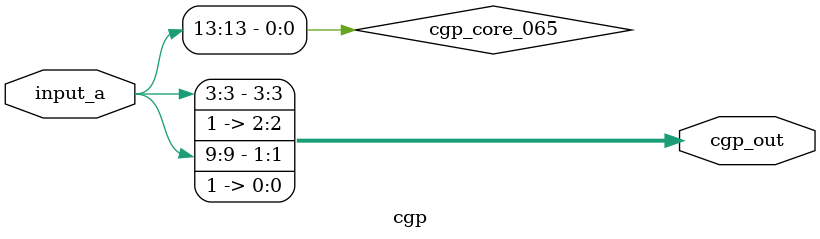
<source format=v>
module cgp(input [13:0] input_a, output [3:0] cgp_out);
  wire cgp_core_016;
  wire cgp_core_017_not;
  wire cgp_core_019;
  wire cgp_core_022;
  wire cgp_core_023;
  wire cgp_core_024;
  wire cgp_core_025;
  wire cgp_core_028;
  wire cgp_core_030;
  wire cgp_core_033;
  wire cgp_core_035;
  wire cgp_core_036;
  wire cgp_core_037_not;
  wire cgp_core_038;
  wire cgp_core_040;
  wire cgp_core_041;
  wire cgp_core_042;
  wire cgp_core_044;
  wire cgp_core_045;
  wire cgp_core_048;
  wire cgp_core_049;
  wire cgp_core_050;
  wire cgp_core_051_not;
  wire cgp_core_052;
  wire cgp_core_054;
  wire cgp_core_056_not;
  wire cgp_core_057_not;
  wire cgp_core_058;
  wire cgp_core_059;
  wire cgp_core_060;
  wire cgp_core_061;
  wire cgp_core_065;
  wire cgp_core_066;
  wire cgp_core_068;
  wire cgp_core_069;
  wire cgp_core_076;
  wire cgp_core_077;
  wire cgp_core_078;
  wire cgp_core_079;
  wire cgp_core_082;
  wire cgp_core_083;
  wire cgp_core_084;
  wire cgp_core_086;
  wire cgp_core_088;
  wire cgp_core_089;
  wire cgp_core_090;

  assign cgp_core_016 = ~(input_a[0] ^ input_a[10]);
  assign cgp_core_017_not = ~input_a[5];
  assign cgp_core_019 = input_a[11] ^ input_a[8];
  assign cgp_core_022 = ~(input_a[10] & input_a[4]);
  assign cgp_core_023 = input_a[6] | input_a[11];
  assign cgp_core_024 = ~input_a[11];
  assign cgp_core_025 = ~(input_a[4] | input_a[12]);
  assign cgp_core_028 = input_a[1] ^ input_a[7];
  assign cgp_core_030 = ~(input_a[2] | input_a[8]);
  assign cgp_core_033 = input_a[2] & input_a[13];
  assign cgp_core_035 = ~(input_a[6] | input_a[2]);
  assign cgp_core_036 = ~input_a[4];
  assign cgp_core_037_not = ~input_a[1];
  assign cgp_core_038 = ~(input_a[11] | input_a[1]);
  assign cgp_core_040 = ~(input_a[3] ^ input_a[2]);
  assign cgp_core_041 = ~(input_a[9] ^ input_a[8]);
  assign cgp_core_042 = input_a[13] ^ input_a[11];
  assign cgp_core_044 = ~(input_a[4] ^ input_a[11]);
  assign cgp_core_045 = ~input_a[2];
  assign cgp_core_048 = ~(input_a[4] & input_a[0]);
  assign cgp_core_049 = input_a[8] & input_a[2];
  assign cgp_core_050 = input_a[7] & input_a[11];
  assign cgp_core_051_not = ~input_a[12];
  assign cgp_core_052 = input_a[4] ^ input_a[10];
  assign cgp_core_054 = ~(input_a[1] & input_a[8]);
  assign cgp_core_056_not = ~input_a[4];
  assign cgp_core_057_not = ~input_a[3];
  assign cgp_core_058 = ~(input_a[3] | input_a[6]);
  assign cgp_core_059 = ~input_a[1];
  assign cgp_core_060 = input_a[9] | input_a[1];
  assign cgp_core_061 = ~input_a[1];
  assign cgp_core_065 = input_a[13] | input_a[13];
  assign cgp_core_066 = ~(input_a[13] & input_a[9]);
  assign cgp_core_068 = ~input_a[1];
  assign cgp_core_069 = input_a[11] ^ input_a[3];
  assign cgp_core_076 = input_a[4] | input_a[1];
  assign cgp_core_077 = input_a[12] ^ input_a[12];
  assign cgp_core_078 = ~input_a[6];
  assign cgp_core_079 = input_a[6] ^ input_a[7];
  assign cgp_core_082 = ~input_a[9];
  assign cgp_core_083 = input_a[1] | input_a[9];
  assign cgp_core_084 = input_a[10] ^ input_a[9];
  assign cgp_core_086 = ~input_a[4];
  assign cgp_core_088 = ~(input_a[12] | input_a[0]);
  assign cgp_core_089 = input_a[3] & input_a[1];
  assign cgp_core_090 = ~(input_a[0] & input_a[10]);

  assign cgp_out[0] = 1'b1;
  assign cgp_out[1] = input_a[9];
  assign cgp_out[2] = 1'b1;
  assign cgp_out[3] = input_a[3];
endmodule
</source>
